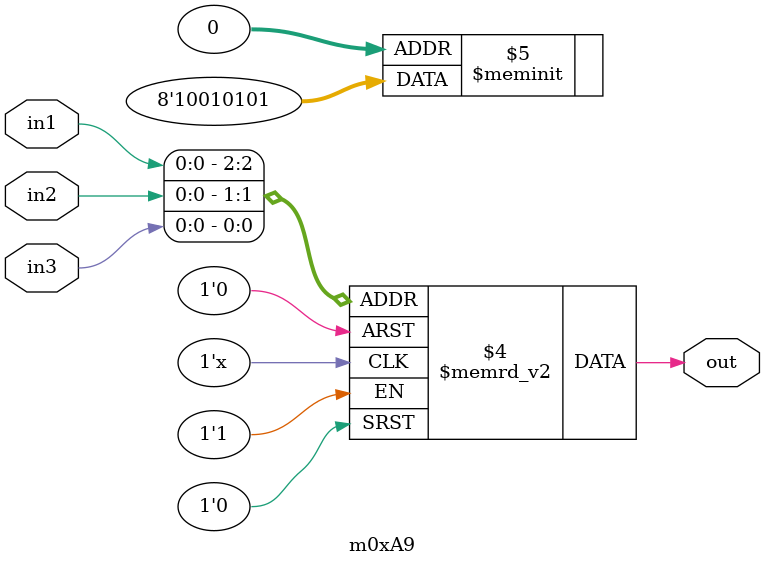
<source format=v>
module m0xA9(output out, input in1, in2, in3);

   always @(in1, in2, in3)
     begin
        case({in1, in2, in3})
          3'b000: {out} = 1'b1;
          3'b001: {out} = 1'b0;
          3'b010: {out} = 1'b1;
          3'b011: {out} = 1'b0;
          3'b100: {out} = 1'b1;
          3'b101: {out} = 1'b0;
          3'b110: {out} = 1'b0;
          3'b111: {out} = 1'b1;
        endcase // case ({in1, in2, in3})
     end // always @ (in1, in2, in3)

endmodule // m0xA9
</source>
